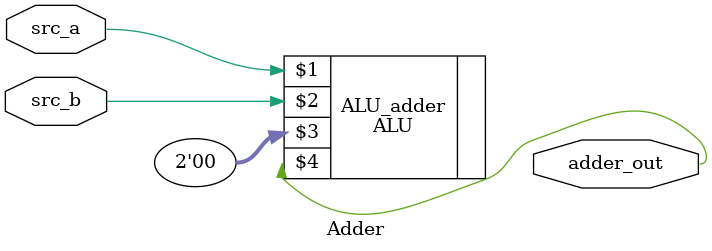
<source format=sv>
module Adder
#(
	parameter WIDTH = 1
)
(
	input logic [WIDTH - 1:0]src_a,
	input logic [WIDTH - 1:0]src_b,
	output logic [WIDTH - 1:0]adder_out
);
	
	ALU #(WIDTH) ALU_adder(src_a, src_b, 2'b00, adder_out);

endmodule

</source>
